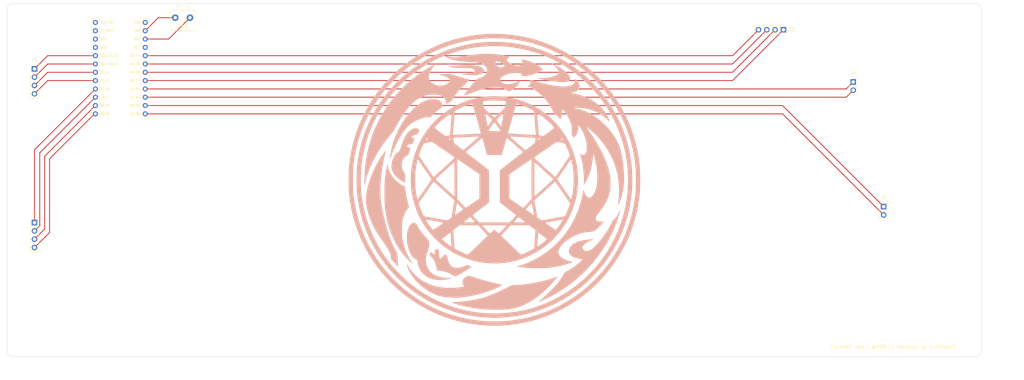
<source format=kicad_pcb>
(kicad_pcb (version 20211014) (generator pcbnew)
  (layers (0 "F.Cu" signal) (31 "B.Cu" signal) (34 "B.Paste" user) (35 "F.Paste" user) (36 "B.SilkS" user "B.Silkscreen") (37 "F.SilkS" user "F.Silkscreen") (38 "B.Mask" user) (39 "F.Mask" user) (44 "Edge.Cuts" user))
  (net 0 "")
  (net 1 "Reset")
  (net 2 "GND")
  (net 9 "Row0")
  (net 10 "Row1")
  (net 11 "Row2")
  (net 12 "Row3")
  (net 13 "Row4")
  (net 14 "Col0")
  (net 15 "Col1")
  (net 16 "Col2")
  (net 17 "Col3")
  (net 18 "Col4")
  (net 19 "Col5")
  (net 20 "Row5")
  (net 21 "Row6")
  (net 22 "Col6")
  (net 23 "Row7")
  (net 24 "Col7")
  (footprint "akizukidenshi_parts:SW_107193_SKHHLPA010" (layer "F.Cu") (at 116.68125 62.36)
    (fp_text reference "SW1" (at 0 2.5 -180) (layer "F.SilkS"))
    (fp_text value "SW_PUSH")
    (pad "" np_thru_hole circle (at -3.5 2.5) (size 1 1) (drill 1.3) (layers F&B.Cu *.Mask))
    (pad "" np_thru_hole circle (at 3.5 2.5) (size 1 1) (drill 1.3) (layers F&B.Cu *.Mask))
    (pad "1" thru_hole circle (at 2.25 0) (size 2 2) (drill 1) (layers *.Cu *.Mask) (net 1 "Reset"))
    (pad "2" thru_hole circle (at -2.25 0) (size 2 2) (drill 1) (layers *.Cu *.Mask) (net 2 "GND"))
  )
  (footprint "kbd_Hole:m2_Screw_Hole" (layer "F.Cu") (at 358 61)
    (fp_text reference "H9")
    (fp_text value "MountingHole")
    (pad "" np_thru_hole circle locked (at 0 0) (size 2.2 2.2) (drill 2.2) (layers *.Cu *.Mask))
  )
  (footprint "kbd_Hole:m2_Screw_Hole" (layer "F.Cu") (at 358 141)
    (fp_text reference "H11")
    (fp_text value "MountingHole")
    (pad "" np_thru_hole circle locked (at 0 0) (size 2.2 2.2) (drill 2.2) (layers *.Cu *.Mask))
  )
  (footprint "kbd_Hole:m2_Screw_Hole" (layer "F.Cu") (at 162 163)
    (fp_text reference "H6")
    (fp_text value "MountingHole")
    (pad "" np_thru_hole circle locked (at 0 0) (size 2.2 2.2) (drill 2.2) (layers *.Cu *.Mask))
  )
  (footprint "kbd_Hole:m2_Screw_Hole" (layer "F.Cu") (at 261 163)
    (fp_text reference "H8")
    (fp_text value "MountingHole")
    (pad "" np_thru_hole circle locked (at 0 0) (size 2.2 2.2) (drill 2.2) (layers *.Cu *.Mask))
  )
  (footprint "Connector_PinSocket_2.54mm:PinSocket_1x04_P2.54mm_Vertical" (layer "F.Cu") (at 71.4 125)
    (fp_text reference "J2" (at 0 -2.77) (layer "F.SilkS"))
    (fp_text value "Conn_01x04")
    (pad "1" thru_hole rect (at 0 0) (size 1.7 1.7) (drill 1) (layers *.Cu *.Mask) (net 14 "Col0"))
    (pad "2" thru_hole oval (at 0 2.54) (size 1.7 1.7) (drill 1) (layers *.Cu *.Mask) (net 15 "Col1"))
    (pad "3" thru_hole oval (at 0 5.08) (size 1.7 1.7) (drill 1) (layers *.Cu *.Mask) (net 16 "Col2"))
    (pad "4" thru_hole oval (at 0 7.62) (size 1.7 1.7) (drill 1) (layers *.Cu *.Mask) (net 17 "Col3"))
  )
  (footprint "kbd_Hole:m2_Screw_Hole" (layer "F.Cu") (at 66 61)
    (fp_text reference "H1")
    (fp_text value "MountingHole" hide)
    (pad "" np_thru_hole circle locked (at 0 0) (size 2.2 2.2) (drill 2.2) (layers *.Cu *.Mask))
  )
  (footprint "kbd_Hole:m2_Screw_Hole" (layer "F.Cu") (at 358 163)
    (fp_text reference "H12")
    (fp_text value "MountingHole")
    (pad "" np_thru_hole circle locked (at 0 0) (size 2.2 2.2) (drill 2.2) (layers *.Cu *.Mask))
  )
  (footprint "kbd_Hole:m2_Screw_Hole" (layer "F.Cu") (at 66 83)
    (fp_text reference "H2")
    (fp_text value "MountingHole" hide)
    (pad "" np_thru_hole circle locked (at 0 0) (size 2.2 2.2) (drill 2.2) (layers *.Cu *.Mask))
  )
  (footprint "Connector_PinSocket_2.54mm:PinSocket_1x04_P2.54mm_Vertical" (layer "F.Cu") (at 300.355 66.04375 -90)
    (fp_text reference "J3" (at 0 -2.77 -90) (layer "F.SilkS"))
    (fp_text value "Conn_01x04")
    (pad "1" thru_hole rect (at 0 0 270) (size 1.7 1.7) (drill 1) (layers *.Cu *.Mask) (net 24 "Col7"))
    (pad "2" thru_hole oval (at 0 2.54 270) (size 1.7 1.7) (drill 1) (layers *.Cu *.Mask) (net 22 "Col6"))
    (pad "3" thru_hole oval (at 0 5.08 270) (size 1.7 1.7) (drill 1) (layers *.Cu *.Mask) (net 19 "Col5"))
    (pad "4" thru_hole oval (at 0 7.62 270) (size 1.7 1.7) (drill 1) (layers *.Cu *.Mask) (net 18 "Col4"))
  )
  (footprint "Connector_PinSocket_2.54mm:PinSocket_1x04_P2.54mm_Vertical" (layer "F.Cu") (at 71.4 78)
    (fp_text reference "J1" (at 0 -2.77) (layer "F.SilkS"))
    (fp_text value "Conn_01x04")
    (pad "1" thru_hole rect (at 0 0) (size 1.7 1.7) (drill 1) (layers *.Cu *.Mask) (net 9 "Row0"))
    (pad "2" thru_hole oval (at 0 2.54) (size 1.7 1.7) (drill 1) (layers *.Cu *.Mask) (net 10 "Row1"))
    (pad "3" thru_hole oval (at 0 5.08) (size 1.7 1.7) (drill 1) (layers *.Cu *.Mask) (net 11 "Row2"))
    (pad "4" thru_hole oval (at 0 7.62) (size 1.7 1.7) (drill 1) (layers *.Cu *.Mask) (net 12 "Row3"))
  )
  (footprint "BrownSugar_KBD:ProMicro" (layer "F.Cu") (at 97.63125 76.515001)
    (fp_text reference "U1" hide)
    (fp_text value "ProMicro" hide)
    (fp_text user "A0/F7" (at 4.4664 5.08) (layer "F.SilkS") (effects (font (size 0.75 0.67) (thickness 0.125))))
    (fp_text user "D4/4" (at -4.7986 2.54) (layer "F.SilkS") (effects (font (size 0.75 0.67) (thickness 0.125))))
    (fp_text user "15/B1" (at 4.4664 7.62) (layer "F.SilkS") (effects (font (size 0.75 0.67) (thickness 0.125))))
    (fp_text user "D3/TX0" (at -4.1286 -12.7) (layer "F.SilkS") (effects (font (size 0.75 0.67) (thickness 0.125))))
    (fp_text user "D2/RX1" (at -4.1286 -10.16) (layer "F.SilkS") (effects (font (size 0.75 0.67) (thickness 0.125))))
    (fp_text user "GND" (at 5.1364 -10.16) (layer "F.SilkS") (effects (font (size 0.75 0.67) (thickness 0.125))))
    (fp_text user "A3/F4" (at 4.4664 -2.54) (layer "F.SilkS") (effects (font (size 0.75 0.67) (thickness 0.125))))
    (fp_text user "RST" (at 5.1364 -7.62) (layer "F.SilkS") (effects (font (size 0.75 0.67) (thickness 0.125))))
    (fp_text user "SCL/D0/3" (at -3.4586 0) (layer "F.SilkS") (effects (font (size 0.75 0.67) (thickness 0.125))))
    (fp_text user "GND" (at -5.1336 -7.62) (layer "F.SilkS") (effects (font (size 0.75 0.67) (thickness 0.125))))
    (fp_text user "C6/5" (at -4.7986 5.08) (layer "F.SilkS") (effects (font (size 0.75 0.67) (thickness 0.125))))
    (fp_text user "A1/F6" (at 4.4664 2.54) (layer "F.SilkS") (effects (font (size 0.75 0.67) (thickness 0.125))))
    (fp_text user "B5/9" (at -4.7986 15.24) (layer "F.SilkS") (effects (font (size 0.75 0.67) (thickness 0.125))))
    (fp_text user "D7/6" (at -4.7986 7.62) (layer "F.SilkS") (effects (font (size 0.75 0.67) (thickness 0.125))))
    (fp_text user "GND" (at -5.1336 -5.08) (layer "F.SilkS") (effects (font (size 0.75 0.67) (thickness 0.125))))
    (fp_text user "14/B3" (at 4.4664 10.16) (layer "F.SilkS") (effects (font (size 0.75 0.67) (thickness 0.125))))
    (fp_text user "RAW" (at 5.1364 -12.7) (layer "F.SilkS") (effects (font (size 0.75 0.67) (thickness 0.125))))
    (fp_text user "B4/8" (at -4.7986 12.7) (layer "F.SilkS") (effects (font (size 0.75 0.67) (thickness 0.125))))
    (fp_text user "SDA/D1/2" (at -3.4586 -2.54) (layer "F.SilkS") (effects (font (size 0.75 0.67) (thickness 0.125))))
    (fp_text user "E6/7" (at -4.7986 10.16) (layer "F.SilkS") (effects (font (size 0.75 0.67) (thickness 0.125))))
    (fp_text user "16/B2" (at 4.4664 12.7) (layer "F.SilkS") (effects (font (size 0.75 0.67) (thickness 0.125))))
    (fp_text user "A2/F5" (at 4.4664 0) (layer "F.SilkS") (effects (font (size 0.75 0.67) (thickness 0.125))))
    (fp_text user "10/B6" (at 4.4664 15.24) (layer "F.SilkS") (effects (font (size 0.75 0.67) (thickness 0.125))))
    (fp_text user "VCC" (at 5.1364 -5.08) (layer "F.SilkS") (effects (font (size 0.75 0.67) (thickness 0.125))))
    (pad "1" thru_hole circle locked (at -7.62 -12.7) (size 1.524 1.524) (drill 0.85) (layers *.Cu *.Mask))
    (pad "2" thru_hole circle locked (at -7.62 -10.16) (size 1.524 1.524) (drill 0.85) (layers *.Cu *.Mask))
    (pad "3" thru_hole circle locked (at -7.62 -7.62) (size 1.524 1.524) (drill 0.85) (layers *.Cu *.Mask))
    (pad "4" thru_hole circle locked (at -7.62 -5.08) (size 1.524 1.524) (drill 0.85) (layers *.Cu *.Mask))
    (pad "5" thru_hole circle locked (at -7.62 -2.54) (size 1.524 1.524) (drill 0.85) (layers *.Cu *.Mask) (net 9 "Row0"))
    (pad "6" thru_hole circle locked (at -7.62 0) (size 1.524 1.524) (drill 0.85) (layers *.Cu *.Mask) (net 10 "Row1"))
    (pad "7" thru_hole circle locked (at -7.62 2.54) (size 1.524 1.524) (drill 0.85) (layers *.Cu *.Mask) (net 11 "Row2"))
    (pad "8" thru_hole circle locked (at -7.62 5.08) (size 1.524 1.524) (drill 0.85) (layers *.Cu *.Mask) (net 12 "Row3"))
    (pad "9" thru_hole circle locked (at -7.62 7.62) (size 1.524 1.524) (drill 0.85) (layers *.Cu *.Mask) (net 14 "Col0"))
    (pad "10" thru_hole circle locked (at -7.62 10.16) (size 1.524 1.524) (drill 0.85) (layers *.Cu *.Mask) (net 15 "Col1"))
    (pad "11" thru_hole circle locked (at -7.62 12.7) (size 1.524 1.524) (drill 0.85) (layers *.Cu *.Mask) (net 16 "Col2"))
    (pad "12" thru_hole circle locked (at -7.62 15.24) (size 1.524 1.524) (drill 0.85) (layers *.Cu *.Mask) (net 17 "Col3"))
    (pad "13" thru_hole circle locked (at 7.62 15.24) (size 1.524 1.524) (drill 0.85) (layers *.Cu *.Mask) (net 23 "Row7"))
    (pad "14" thru_hole circle locked (at 7.62 12.7) (size 1.524 1.524) (drill 0.85) (layers *.Cu *.Mask) (net 21 "Row6"))
    (pad "15" thru_hole circle locked (at 7.62 10.16) (size 1.524 1.524) (drill 0.85) (layers *.Cu *.Mask) (net 20 "Row5"))
    (pad "16" thru_hole circle locked (at 7.62 7.62) (size 1.524 1.524) (drill 0.85) (layers *.Cu *.Mask) (net 13 "Row4"))
    (pad "17" thru_hole circle locked (at 7.62 5.08) (size 1.524 1.524) (drill 0.85) (layers *.Cu *.Mask) (net 24 "Col7"))
    (pad "18" thru_hole circle locked (at 7.62 2.54) (size 1.524 1.524) (drill 0.85) (layers *.Cu *.Mask) (net 22 "Col6"))
    (pad "19" thru_hole circle locked (at 7.62 0) (size 1.524 1.524) (drill 0.85) (layers *.Cu *.Mask) (net 19 "Col5"))
    (pad "20" thru_hole circle locked (at 7.62 -2.54) (size 1.524 1.524) (drill 0.85) (layers *.Cu *.Mask) (net 18 "Col4"))
    (pad "21" thru_hole circle locked (at 7.62 -5.08) (size 1.524 1.524) (drill 0.85) (layers *.Cu *.Mask))
    (pad "22" thru_hole circle locked (at 7.62 -7.62) (size 1.524 1.524) (drill 0.85) (layers *.Cu *.Mask) (net 1 "Reset"))
    (pad "23" thru_hole circle locked (at 7.62 -10.16) (size 1.524 1.524) (drill 0.85) (layers *.Cu *.Mask) (net 2 "GND"))
    (pad "24" thru_hole circle locked (at 7.62 -12.7) (size 1.524 1.524) (drill 0.85) (layers *.Cu *.Mask))
  )
  (footprint "Connector_PinSocket_2.54mm:PinSocket_1x02_P2.54mm_Vertical" (layer "F.Cu") (at 321.7 82)
    (fp_text reference "J4" (at 0 -2.77) (layer "F.SilkS"))
    (fp_text value "Conn_01x02")
    (pad "1" thru_hole rect (at 0 0) (size 1.7 1.7) (drill 1) (layers *.Cu *.Mask) (net 13 "Row4"))
    (pad "2" thru_hole oval (at 0 2.54) (size 1.7 1.7) (drill 1) (layers *.Cu *.Mask) (net 20 "Row5"))
  )
  (footprint "kbd_Hole:m2_Screw_Hole" (layer "F.Cu") (at 66 163)
    (fp_text reference "H4" hide)
    (fp_text value "MountingHole" hide)
    (pad "" np_thru_hole circle locked (at 0 0) (size 2.2 2.2) (drill 2.2) (layers *.Cu *.Mask))
  )
  (footprint "kbd_Hole:m2_Screw_Hole" (layer "F.Cu") (at 358 83)
    (fp_text reference "H10")
    (fp_text value "MountingHole")
    (pad "" np_thru_hole circle locked (at 0 0) (size 2.2 2.2) (drill 2.2) (layers *.Cu *.Mask))
  )
  (footprint "Connector_PinSocket_2.54mm:PinSocket_1x02_P2.54mm_Vertical" (layer "F.Cu") (at 330.99375 120.11375)
    (fp_text reference "J5" (at 0 -2.77) (layer "F.SilkS"))
    (fp_text value "Conn_01x02")
    (pad "1" thru_hole rect (at 0 0) (size 1.7 1.7) (drill 1) (layers *.Cu *.Mask) (net 21 "Row6"))
    (pad "2" thru_hole oval (at 0 2.54) (size 1.7 1.7) (drill 1) (layers *.Cu *.Mask) (net 23 "Row7"))
  )
  (footprint "kbd_Hole:m2_Screw_Hole" (layer "F.Cu") (at 66 141)
    (fp_text reference "H3")
    (fp_text value "MountingHole")
    (pad "" np_thru_hole circle locked (at 0 0) (size 2.2 2.2) (drill 2.2) (layers *.Cu *.Mask))
  )
  (footprint "kbd_Hole:m2_Screw_Hole" (layer "F.Cu") (at 162 61)
    (fp_text reference "H5")
    (fp_text value "MountingHole")
    (pad "" np_thru_hole circle locked (at 0 0) (size 2.2 2.2) (drill 2.2) (layers *.Cu *.Mask))
  )
  (footprint "kbd_Hole:m2_Screw_Hole" (layer "F.Cu") (at 261 61)
    (fp_text reference "H7")
    (fp_text value "MountingHole")
    (pad "" np_thru_hole circle locked (at 0 0) (size 2.2 2.2) (drill 2.2) (layers *.Cu *.Mask))
  )
  (footprint "Silk_Wizard_logos:silk_wizard_logo_90x90" (layer "B.Cu") (at 211.998841 111.91875 180)
    (fp_text reference "G***" hide)
    (fp_text value "LOGO" hide)
  )
  (gr_arc (start 359 58) (mid 360.414214 58.585786) (end 361 60) (layer "Edge.Cuts") (width 0.1))
  (gr_arc (start 361 164) (mid 360.414214 165.414214) (end 359 166) (layer "Edge.Cuts") (width 0.1))
  (gr_line (start 361 164) (end 361 60) (layer "Edge.Cuts") (width 0.1))
  (gr_arc (start 63 60) (mid 63.585786 58.585786) (end 65 58) (layer "Edge.Cuts") (width 0.1))
  (gr_line (start 63 60) (end 63 164) (layer "Edge.Cuts") (width 0.1))
  (gr_line (start 65 166) (end 359 166) (layer "Edge.Cuts") (width 0.1))
  (gr_line (start 359 58) (end 65 58) (layer "Edge.Cuts") (width 0.1))
  (gr_arc (start 65 166) (mid 63.585786 165.414214) (end 63 164) (layer "Edge.Cuts") (width 0.1))
  (gr_text "Flame60 ver1.1 @PCB L2 Designed by multifeb13" (at 353 163) (layer "F.SilkS") (effects (font (size 1 1) (thickness 0.125)) (justify right)))
  (segment (start 105.25125 68.895001) (end 112.396249 68.895001) (width 0.25) (layer "F.Cu") (net 1))
  (segment (start 112.396249 68.895001) (end 118.93125 62.36) (width 0.25) (layer "F.Cu") (net 1))
  (segment (start 109.246251 62.36) (end 114.43125 62.36) (width 0.25) (layer "F.Cu") (net 2))
  (segment (start 105.25125 66.355001) (end 109.246251 62.36) (width 0.25) (layer "F.Cu") (net 2))
  (segment (start 75.424999 73.975001) (end 71.4 78) (width 0.25) (layer "F.Cu") (net 9))
  (segment (start 90.01125 73.975001) (end 75.424999 73.975001) (width 0.25) (layer "F.Cu") (net 9))
  (segment (start 75.424999 76.515001) (end 71.4 80.54) (width 0.25) (layer "F.Cu") (net 10))
  (segment (start 90.01125 76.515001) (end 75.424999 76.515001) (width 0.25) (layer "F.Cu") (net 10))
  (segment (start 75.424999 79.055001) (end 71.4 83.08) (width 0.25) (layer "F.Cu") (net 11))
  (segment (start 90.01125 79.055001) (end 75.424999 79.055001) (width 0.25) (layer "F.Cu") (net 11))
  (segment (start 90.01125 81.595001) (end 75.424999 81.595001) (width 0.25) (layer "F.Cu") (net 12))
  (segment (start 75.424999 81.595001) (end 71.4 85.62) (width 0.25) (layer "F.Cu") (net 12))
  (segment (start 319.564999 84.135001) (end 321.7 82) (width 0.25) (layer "F.Cu") (net 13))
  (segment (start 105.25125 84.135001) (end 319.564999 84.135001) (width 0.25) (layer "F.Cu") (net 13))
  (segment (start 90.01125 84.135001) (end 71.4 102.746251) (width 0.25) (layer "F.Cu") (net 14))
  (segment (start 71.4 102.746251) (end 71.4 125) (width 0.25) (layer "F.Cu") (net 14))
  (segment (start 73 125.94) (end 73 103.686251) (width 0.25) (layer "F.Cu") (net 15))
  (segment (start 73 103.686251) (end 90.01125 86.675001) (width 0.25) (layer "F.Cu") (net 15))
  (segment (start 71.4 127.54) (end 73 125.94) (width 0.25) (layer "F.Cu") (net 15))
  (segment (start 74.5 104.726251) (end 74.5 126.98) (width 0.25) (layer "F.Cu") (net 16))
  (segment (start 74.5 126.98) (end 71.4 130.08) (width 0.25) (layer "F.Cu") (net 16))
  (segment (start 90.01125 89.215001) (end 74.5 104.726251) (width 0.25) (layer "F.Cu") (net 16))
  (segment (start 76 128.02) (end 76 105.5) (width 0.25) (layer "F.Cu") (net 17))
  (segment (start 71.4 132.62) (end 76 128.02) (width 0.25) (layer "F.Cu") (net 17))
  (segment (start 76 105.5) (end 89.744999 91.755001) (width 0.25) (layer "F.Cu") (net 17))
  (segment (start 89.744999 91.755001) (end 90.01125 91.755001) (width 0.25) (layer "F.Cu") (net 17))
  (segment (start 284.803749 73.975001) (end 292.735 66.04375) (width 0.25) (layer "F.Cu") (net 18))
  (segment (start 105.25125 73.975001) (end 284.803749 73.975001) (width 0.25) (layer "F.Cu") (net 18))
  (segment (start 105.25125 76.515001) (end 284.803749 76.515001) (width 0.25) (layer "F.Cu") (net 19))
  (segment (start 284.803749 76.515001) (end 295.275 66.04375) (width 0.25) (layer "F.Cu") (net 19))
  (segment (start 319.564999 86.675001) (end 321.7 84.54) (width 0.25) (layer "F.Cu") (net 20))
  (segment (start 105.25125 86.675001) (end 319.564999 86.675001) (width 0.25) (layer "F.Cu") (net 20))
  (segment (start 105.25125 89.215001) (end 300.095001 89.215001) (width 0.25) (layer "F.Cu") (net 21))
  (segment (start 300.095001 89.215001) (end 330.99375 120.11375) (width 0.25) (layer "F.Cu") (net 21))
  (segment (start 105.25125 79.055001) (end 284.803749 79.055001) (width 0.25) (layer "F.Cu") (net 22))
  (segment (start 284.803749 79.055001) (end 297.815 66.04375) (width 0.25) (layer "F.Cu") (net 22))
  (segment (start 105.25125 91.755001) (end 300.095001 91.755001) (width 0.25) (layer "F.Cu") (net 23))
  (segment (start 300.095001 91.755001) (end 330.99375 122.65375) (width 0.25) (layer "F.Cu") (net 23))
  (segment (start 105.25125 81.595001) (end 284.803749 81.595001) (width 0.25) (layer "F.Cu") (net 24))
  (segment (start 284.803749 81.595001) (end 300.355 66.04375) (width 0.25) (layer "F.Cu") (net 24))
)
</source>
